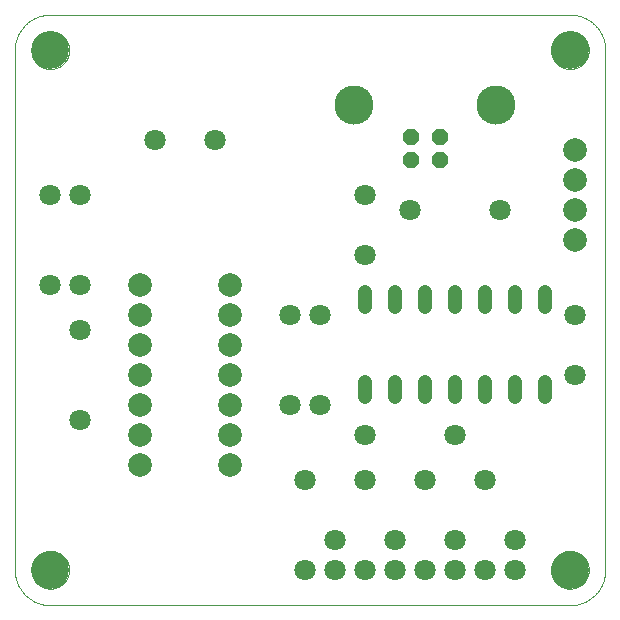
<source format=gbs>
G75*
%MOIN*%
%OFA0B0*%
%FSLAX25Y25*%
%IPPOS*%
%LPD*%
%AMOC8*
5,1,8,0,0,1.08239X$1,22.5*
%
%ADD10C,0.00000*%
%ADD11C,0.12598*%
%ADD12C,0.07087*%
%ADD13C,0.07874*%
%ADD14C,0.04800*%
%ADD15OC8,0.05610*%
%ADD16C,0.13055*%
D10*
X0005724Y0017535D02*
X0005724Y0190764D01*
X0011236Y0190764D02*
X0011238Y0190922D01*
X0011244Y0191080D01*
X0011254Y0191238D01*
X0011268Y0191396D01*
X0011286Y0191553D01*
X0011307Y0191710D01*
X0011333Y0191866D01*
X0011363Y0192022D01*
X0011396Y0192177D01*
X0011434Y0192330D01*
X0011475Y0192483D01*
X0011520Y0192635D01*
X0011569Y0192786D01*
X0011622Y0192935D01*
X0011678Y0193083D01*
X0011738Y0193229D01*
X0011802Y0193374D01*
X0011870Y0193517D01*
X0011941Y0193659D01*
X0012015Y0193799D01*
X0012093Y0193936D01*
X0012175Y0194072D01*
X0012259Y0194206D01*
X0012348Y0194337D01*
X0012439Y0194466D01*
X0012534Y0194593D01*
X0012631Y0194718D01*
X0012732Y0194840D01*
X0012836Y0194959D01*
X0012943Y0195076D01*
X0013053Y0195190D01*
X0013166Y0195301D01*
X0013281Y0195410D01*
X0013399Y0195515D01*
X0013520Y0195617D01*
X0013643Y0195717D01*
X0013769Y0195813D01*
X0013897Y0195906D01*
X0014027Y0195996D01*
X0014160Y0196082D01*
X0014295Y0196166D01*
X0014431Y0196245D01*
X0014570Y0196322D01*
X0014711Y0196394D01*
X0014853Y0196464D01*
X0014997Y0196529D01*
X0015143Y0196591D01*
X0015290Y0196649D01*
X0015439Y0196704D01*
X0015589Y0196755D01*
X0015740Y0196802D01*
X0015892Y0196845D01*
X0016045Y0196884D01*
X0016200Y0196920D01*
X0016355Y0196951D01*
X0016511Y0196979D01*
X0016667Y0197003D01*
X0016824Y0197023D01*
X0016982Y0197039D01*
X0017139Y0197051D01*
X0017298Y0197059D01*
X0017456Y0197063D01*
X0017614Y0197063D01*
X0017772Y0197059D01*
X0017931Y0197051D01*
X0018088Y0197039D01*
X0018246Y0197023D01*
X0018403Y0197003D01*
X0018559Y0196979D01*
X0018715Y0196951D01*
X0018870Y0196920D01*
X0019025Y0196884D01*
X0019178Y0196845D01*
X0019330Y0196802D01*
X0019481Y0196755D01*
X0019631Y0196704D01*
X0019780Y0196649D01*
X0019927Y0196591D01*
X0020073Y0196529D01*
X0020217Y0196464D01*
X0020359Y0196394D01*
X0020500Y0196322D01*
X0020639Y0196245D01*
X0020775Y0196166D01*
X0020910Y0196082D01*
X0021043Y0195996D01*
X0021173Y0195906D01*
X0021301Y0195813D01*
X0021427Y0195717D01*
X0021550Y0195617D01*
X0021671Y0195515D01*
X0021789Y0195410D01*
X0021904Y0195301D01*
X0022017Y0195190D01*
X0022127Y0195076D01*
X0022234Y0194959D01*
X0022338Y0194840D01*
X0022439Y0194718D01*
X0022536Y0194593D01*
X0022631Y0194466D01*
X0022722Y0194337D01*
X0022811Y0194206D01*
X0022895Y0194072D01*
X0022977Y0193936D01*
X0023055Y0193799D01*
X0023129Y0193659D01*
X0023200Y0193517D01*
X0023268Y0193374D01*
X0023332Y0193229D01*
X0023392Y0193083D01*
X0023448Y0192935D01*
X0023501Y0192786D01*
X0023550Y0192635D01*
X0023595Y0192483D01*
X0023636Y0192330D01*
X0023674Y0192177D01*
X0023707Y0192022D01*
X0023737Y0191866D01*
X0023763Y0191710D01*
X0023784Y0191553D01*
X0023802Y0191396D01*
X0023816Y0191238D01*
X0023826Y0191080D01*
X0023832Y0190922D01*
X0023834Y0190764D01*
X0023832Y0190606D01*
X0023826Y0190448D01*
X0023816Y0190290D01*
X0023802Y0190132D01*
X0023784Y0189975D01*
X0023763Y0189818D01*
X0023737Y0189662D01*
X0023707Y0189506D01*
X0023674Y0189351D01*
X0023636Y0189198D01*
X0023595Y0189045D01*
X0023550Y0188893D01*
X0023501Y0188742D01*
X0023448Y0188593D01*
X0023392Y0188445D01*
X0023332Y0188299D01*
X0023268Y0188154D01*
X0023200Y0188011D01*
X0023129Y0187869D01*
X0023055Y0187729D01*
X0022977Y0187592D01*
X0022895Y0187456D01*
X0022811Y0187322D01*
X0022722Y0187191D01*
X0022631Y0187062D01*
X0022536Y0186935D01*
X0022439Y0186810D01*
X0022338Y0186688D01*
X0022234Y0186569D01*
X0022127Y0186452D01*
X0022017Y0186338D01*
X0021904Y0186227D01*
X0021789Y0186118D01*
X0021671Y0186013D01*
X0021550Y0185911D01*
X0021427Y0185811D01*
X0021301Y0185715D01*
X0021173Y0185622D01*
X0021043Y0185532D01*
X0020910Y0185446D01*
X0020775Y0185362D01*
X0020639Y0185283D01*
X0020500Y0185206D01*
X0020359Y0185134D01*
X0020217Y0185064D01*
X0020073Y0184999D01*
X0019927Y0184937D01*
X0019780Y0184879D01*
X0019631Y0184824D01*
X0019481Y0184773D01*
X0019330Y0184726D01*
X0019178Y0184683D01*
X0019025Y0184644D01*
X0018870Y0184608D01*
X0018715Y0184577D01*
X0018559Y0184549D01*
X0018403Y0184525D01*
X0018246Y0184505D01*
X0018088Y0184489D01*
X0017931Y0184477D01*
X0017772Y0184469D01*
X0017614Y0184465D01*
X0017456Y0184465D01*
X0017298Y0184469D01*
X0017139Y0184477D01*
X0016982Y0184489D01*
X0016824Y0184505D01*
X0016667Y0184525D01*
X0016511Y0184549D01*
X0016355Y0184577D01*
X0016200Y0184608D01*
X0016045Y0184644D01*
X0015892Y0184683D01*
X0015740Y0184726D01*
X0015589Y0184773D01*
X0015439Y0184824D01*
X0015290Y0184879D01*
X0015143Y0184937D01*
X0014997Y0184999D01*
X0014853Y0185064D01*
X0014711Y0185134D01*
X0014570Y0185206D01*
X0014431Y0185283D01*
X0014295Y0185362D01*
X0014160Y0185446D01*
X0014027Y0185532D01*
X0013897Y0185622D01*
X0013769Y0185715D01*
X0013643Y0185811D01*
X0013520Y0185911D01*
X0013399Y0186013D01*
X0013281Y0186118D01*
X0013166Y0186227D01*
X0013053Y0186338D01*
X0012943Y0186452D01*
X0012836Y0186569D01*
X0012732Y0186688D01*
X0012631Y0186810D01*
X0012534Y0186935D01*
X0012439Y0187062D01*
X0012348Y0187191D01*
X0012259Y0187322D01*
X0012175Y0187456D01*
X0012093Y0187592D01*
X0012015Y0187729D01*
X0011941Y0187869D01*
X0011870Y0188011D01*
X0011802Y0188154D01*
X0011738Y0188299D01*
X0011678Y0188445D01*
X0011622Y0188593D01*
X0011569Y0188742D01*
X0011520Y0188893D01*
X0011475Y0189045D01*
X0011434Y0189198D01*
X0011396Y0189351D01*
X0011363Y0189506D01*
X0011333Y0189662D01*
X0011307Y0189818D01*
X0011286Y0189975D01*
X0011268Y0190132D01*
X0011254Y0190290D01*
X0011244Y0190448D01*
X0011238Y0190606D01*
X0011236Y0190764D01*
X0005724Y0190764D02*
X0005727Y0191049D01*
X0005738Y0191335D01*
X0005755Y0191620D01*
X0005779Y0191904D01*
X0005810Y0192188D01*
X0005848Y0192471D01*
X0005893Y0192752D01*
X0005944Y0193033D01*
X0006002Y0193313D01*
X0006067Y0193591D01*
X0006139Y0193867D01*
X0006217Y0194141D01*
X0006302Y0194414D01*
X0006394Y0194684D01*
X0006492Y0194952D01*
X0006596Y0195218D01*
X0006707Y0195481D01*
X0006824Y0195741D01*
X0006947Y0195999D01*
X0007077Y0196253D01*
X0007213Y0196504D01*
X0007354Y0196752D01*
X0007502Y0196996D01*
X0007655Y0197237D01*
X0007815Y0197473D01*
X0007980Y0197706D01*
X0008150Y0197935D01*
X0008326Y0198160D01*
X0008508Y0198380D01*
X0008694Y0198596D01*
X0008886Y0198807D01*
X0009083Y0199014D01*
X0009285Y0199216D01*
X0009492Y0199413D01*
X0009703Y0199605D01*
X0009919Y0199791D01*
X0010139Y0199973D01*
X0010364Y0200149D01*
X0010593Y0200319D01*
X0010826Y0200484D01*
X0011062Y0200644D01*
X0011303Y0200797D01*
X0011547Y0200945D01*
X0011795Y0201086D01*
X0012046Y0201222D01*
X0012300Y0201352D01*
X0012558Y0201475D01*
X0012818Y0201592D01*
X0013081Y0201703D01*
X0013347Y0201807D01*
X0013615Y0201905D01*
X0013885Y0201997D01*
X0014158Y0202082D01*
X0014432Y0202160D01*
X0014708Y0202232D01*
X0014986Y0202297D01*
X0015266Y0202355D01*
X0015547Y0202406D01*
X0015828Y0202451D01*
X0016111Y0202489D01*
X0016395Y0202520D01*
X0016679Y0202544D01*
X0016964Y0202561D01*
X0017250Y0202572D01*
X0017535Y0202575D01*
X0190764Y0202575D01*
X0184465Y0190764D02*
X0184467Y0190922D01*
X0184473Y0191080D01*
X0184483Y0191238D01*
X0184497Y0191396D01*
X0184515Y0191553D01*
X0184536Y0191710D01*
X0184562Y0191866D01*
X0184592Y0192022D01*
X0184625Y0192177D01*
X0184663Y0192330D01*
X0184704Y0192483D01*
X0184749Y0192635D01*
X0184798Y0192786D01*
X0184851Y0192935D01*
X0184907Y0193083D01*
X0184967Y0193229D01*
X0185031Y0193374D01*
X0185099Y0193517D01*
X0185170Y0193659D01*
X0185244Y0193799D01*
X0185322Y0193936D01*
X0185404Y0194072D01*
X0185488Y0194206D01*
X0185577Y0194337D01*
X0185668Y0194466D01*
X0185763Y0194593D01*
X0185860Y0194718D01*
X0185961Y0194840D01*
X0186065Y0194959D01*
X0186172Y0195076D01*
X0186282Y0195190D01*
X0186395Y0195301D01*
X0186510Y0195410D01*
X0186628Y0195515D01*
X0186749Y0195617D01*
X0186872Y0195717D01*
X0186998Y0195813D01*
X0187126Y0195906D01*
X0187256Y0195996D01*
X0187389Y0196082D01*
X0187524Y0196166D01*
X0187660Y0196245D01*
X0187799Y0196322D01*
X0187940Y0196394D01*
X0188082Y0196464D01*
X0188226Y0196529D01*
X0188372Y0196591D01*
X0188519Y0196649D01*
X0188668Y0196704D01*
X0188818Y0196755D01*
X0188969Y0196802D01*
X0189121Y0196845D01*
X0189274Y0196884D01*
X0189429Y0196920D01*
X0189584Y0196951D01*
X0189740Y0196979D01*
X0189896Y0197003D01*
X0190053Y0197023D01*
X0190211Y0197039D01*
X0190368Y0197051D01*
X0190527Y0197059D01*
X0190685Y0197063D01*
X0190843Y0197063D01*
X0191001Y0197059D01*
X0191160Y0197051D01*
X0191317Y0197039D01*
X0191475Y0197023D01*
X0191632Y0197003D01*
X0191788Y0196979D01*
X0191944Y0196951D01*
X0192099Y0196920D01*
X0192254Y0196884D01*
X0192407Y0196845D01*
X0192559Y0196802D01*
X0192710Y0196755D01*
X0192860Y0196704D01*
X0193009Y0196649D01*
X0193156Y0196591D01*
X0193302Y0196529D01*
X0193446Y0196464D01*
X0193588Y0196394D01*
X0193729Y0196322D01*
X0193868Y0196245D01*
X0194004Y0196166D01*
X0194139Y0196082D01*
X0194272Y0195996D01*
X0194402Y0195906D01*
X0194530Y0195813D01*
X0194656Y0195717D01*
X0194779Y0195617D01*
X0194900Y0195515D01*
X0195018Y0195410D01*
X0195133Y0195301D01*
X0195246Y0195190D01*
X0195356Y0195076D01*
X0195463Y0194959D01*
X0195567Y0194840D01*
X0195668Y0194718D01*
X0195765Y0194593D01*
X0195860Y0194466D01*
X0195951Y0194337D01*
X0196040Y0194206D01*
X0196124Y0194072D01*
X0196206Y0193936D01*
X0196284Y0193799D01*
X0196358Y0193659D01*
X0196429Y0193517D01*
X0196497Y0193374D01*
X0196561Y0193229D01*
X0196621Y0193083D01*
X0196677Y0192935D01*
X0196730Y0192786D01*
X0196779Y0192635D01*
X0196824Y0192483D01*
X0196865Y0192330D01*
X0196903Y0192177D01*
X0196936Y0192022D01*
X0196966Y0191866D01*
X0196992Y0191710D01*
X0197013Y0191553D01*
X0197031Y0191396D01*
X0197045Y0191238D01*
X0197055Y0191080D01*
X0197061Y0190922D01*
X0197063Y0190764D01*
X0197061Y0190606D01*
X0197055Y0190448D01*
X0197045Y0190290D01*
X0197031Y0190132D01*
X0197013Y0189975D01*
X0196992Y0189818D01*
X0196966Y0189662D01*
X0196936Y0189506D01*
X0196903Y0189351D01*
X0196865Y0189198D01*
X0196824Y0189045D01*
X0196779Y0188893D01*
X0196730Y0188742D01*
X0196677Y0188593D01*
X0196621Y0188445D01*
X0196561Y0188299D01*
X0196497Y0188154D01*
X0196429Y0188011D01*
X0196358Y0187869D01*
X0196284Y0187729D01*
X0196206Y0187592D01*
X0196124Y0187456D01*
X0196040Y0187322D01*
X0195951Y0187191D01*
X0195860Y0187062D01*
X0195765Y0186935D01*
X0195668Y0186810D01*
X0195567Y0186688D01*
X0195463Y0186569D01*
X0195356Y0186452D01*
X0195246Y0186338D01*
X0195133Y0186227D01*
X0195018Y0186118D01*
X0194900Y0186013D01*
X0194779Y0185911D01*
X0194656Y0185811D01*
X0194530Y0185715D01*
X0194402Y0185622D01*
X0194272Y0185532D01*
X0194139Y0185446D01*
X0194004Y0185362D01*
X0193868Y0185283D01*
X0193729Y0185206D01*
X0193588Y0185134D01*
X0193446Y0185064D01*
X0193302Y0184999D01*
X0193156Y0184937D01*
X0193009Y0184879D01*
X0192860Y0184824D01*
X0192710Y0184773D01*
X0192559Y0184726D01*
X0192407Y0184683D01*
X0192254Y0184644D01*
X0192099Y0184608D01*
X0191944Y0184577D01*
X0191788Y0184549D01*
X0191632Y0184525D01*
X0191475Y0184505D01*
X0191317Y0184489D01*
X0191160Y0184477D01*
X0191001Y0184469D01*
X0190843Y0184465D01*
X0190685Y0184465D01*
X0190527Y0184469D01*
X0190368Y0184477D01*
X0190211Y0184489D01*
X0190053Y0184505D01*
X0189896Y0184525D01*
X0189740Y0184549D01*
X0189584Y0184577D01*
X0189429Y0184608D01*
X0189274Y0184644D01*
X0189121Y0184683D01*
X0188969Y0184726D01*
X0188818Y0184773D01*
X0188668Y0184824D01*
X0188519Y0184879D01*
X0188372Y0184937D01*
X0188226Y0184999D01*
X0188082Y0185064D01*
X0187940Y0185134D01*
X0187799Y0185206D01*
X0187660Y0185283D01*
X0187524Y0185362D01*
X0187389Y0185446D01*
X0187256Y0185532D01*
X0187126Y0185622D01*
X0186998Y0185715D01*
X0186872Y0185811D01*
X0186749Y0185911D01*
X0186628Y0186013D01*
X0186510Y0186118D01*
X0186395Y0186227D01*
X0186282Y0186338D01*
X0186172Y0186452D01*
X0186065Y0186569D01*
X0185961Y0186688D01*
X0185860Y0186810D01*
X0185763Y0186935D01*
X0185668Y0187062D01*
X0185577Y0187191D01*
X0185488Y0187322D01*
X0185404Y0187456D01*
X0185322Y0187592D01*
X0185244Y0187729D01*
X0185170Y0187869D01*
X0185099Y0188011D01*
X0185031Y0188154D01*
X0184967Y0188299D01*
X0184907Y0188445D01*
X0184851Y0188593D01*
X0184798Y0188742D01*
X0184749Y0188893D01*
X0184704Y0189045D01*
X0184663Y0189198D01*
X0184625Y0189351D01*
X0184592Y0189506D01*
X0184562Y0189662D01*
X0184536Y0189818D01*
X0184515Y0189975D01*
X0184497Y0190132D01*
X0184483Y0190290D01*
X0184473Y0190448D01*
X0184467Y0190606D01*
X0184465Y0190764D01*
X0190764Y0202575D02*
X0191049Y0202572D01*
X0191335Y0202561D01*
X0191620Y0202544D01*
X0191904Y0202520D01*
X0192188Y0202489D01*
X0192471Y0202451D01*
X0192752Y0202406D01*
X0193033Y0202355D01*
X0193313Y0202297D01*
X0193591Y0202232D01*
X0193867Y0202160D01*
X0194141Y0202082D01*
X0194414Y0201997D01*
X0194684Y0201905D01*
X0194952Y0201807D01*
X0195218Y0201703D01*
X0195481Y0201592D01*
X0195741Y0201475D01*
X0195999Y0201352D01*
X0196253Y0201222D01*
X0196504Y0201086D01*
X0196752Y0200945D01*
X0196996Y0200797D01*
X0197237Y0200644D01*
X0197473Y0200484D01*
X0197706Y0200319D01*
X0197935Y0200149D01*
X0198160Y0199973D01*
X0198380Y0199791D01*
X0198596Y0199605D01*
X0198807Y0199413D01*
X0199014Y0199216D01*
X0199216Y0199014D01*
X0199413Y0198807D01*
X0199605Y0198596D01*
X0199791Y0198380D01*
X0199973Y0198160D01*
X0200149Y0197935D01*
X0200319Y0197706D01*
X0200484Y0197473D01*
X0200644Y0197237D01*
X0200797Y0196996D01*
X0200945Y0196752D01*
X0201086Y0196504D01*
X0201222Y0196253D01*
X0201352Y0195999D01*
X0201475Y0195741D01*
X0201592Y0195481D01*
X0201703Y0195218D01*
X0201807Y0194952D01*
X0201905Y0194684D01*
X0201997Y0194414D01*
X0202082Y0194141D01*
X0202160Y0193867D01*
X0202232Y0193591D01*
X0202297Y0193313D01*
X0202355Y0193033D01*
X0202406Y0192752D01*
X0202451Y0192471D01*
X0202489Y0192188D01*
X0202520Y0191904D01*
X0202544Y0191620D01*
X0202561Y0191335D01*
X0202572Y0191049D01*
X0202575Y0190764D01*
X0202575Y0017535D01*
X0184465Y0017535D02*
X0184467Y0017693D01*
X0184473Y0017851D01*
X0184483Y0018009D01*
X0184497Y0018167D01*
X0184515Y0018324D01*
X0184536Y0018481D01*
X0184562Y0018637D01*
X0184592Y0018793D01*
X0184625Y0018948D01*
X0184663Y0019101D01*
X0184704Y0019254D01*
X0184749Y0019406D01*
X0184798Y0019557D01*
X0184851Y0019706D01*
X0184907Y0019854D01*
X0184967Y0020000D01*
X0185031Y0020145D01*
X0185099Y0020288D01*
X0185170Y0020430D01*
X0185244Y0020570D01*
X0185322Y0020707D01*
X0185404Y0020843D01*
X0185488Y0020977D01*
X0185577Y0021108D01*
X0185668Y0021237D01*
X0185763Y0021364D01*
X0185860Y0021489D01*
X0185961Y0021611D01*
X0186065Y0021730D01*
X0186172Y0021847D01*
X0186282Y0021961D01*
X0186395Y0022072D01*
X0186510Y0022181D01*
X0186628Y0022286D01*
X0186749Y0022388D01*
X0186872Y0022488D01*
X0186998Y0022584D01*
X0187126Y0022677D01*
X0187256Y0022767D01*
X0187389Y0022853D01*
X0187524Y0022937D01*
X0187660Y0023016D01*
X0187799Y0023093D01*
X0187940Y0023165D01*
X0188082Y0023235D01*
X0188226Y0023300D01*
X0188372Y0023362D01*
X0188519Y0023420D01*
X0188668Y0023475D01*
X0188818Y0023526D01*
X0188969Y0023573D01*
X0189121Y0023616D01*
X0189274Y0023655D01*
X0189429Y0023691D01*
X0189584Y0023722D01*
X0189740Y0023750D01*
X0189896Y0023774D01*
X0190053Y0023794D01*
X0190211Y0023810D01*
X0190368Y0023822D01*
X0190527Y0023830D01*
X0190685Y0023834D01*
X0190843Y0023834D01*
X0191001Y0023830D01*
X0191160Y0023822D01*
X0191317Y0023810D01*
X0191475Y0023794D01*
X0191632Y0023774D01*
X0191788Y0023750D01*
X0191944Y0023722D01*
X0192099Y0023691D01*
X0192254Y0023655D01*
X0192407Y0023616D01*
X0192559Y0023573D01*
X0192710Y0023526D01*
X0192860Y0023475D01*
X0193009Y0023420D01*
X0193156Y0023362D01*
X0193302Y0023300D01*
X0193446Y0023235D01*
X0193588Y0023165D01*
X0193729Y0023093D01*
X0193868Y0023016D01*
X0194004Y0022937D01*
X0194139Y0022853D01*
X0194272Y0022767D01*
X0194402Y0022677D01*
X0194530Y0022584D01*
X0194656Y0022488D01*
X0194779Y0022388D01*
X0194900Y0022286D01*
X0195018Y0022181D01*
X0195133Y0022072D01*
X0195246Y0021961D01*
X0195356Y0021847D01*
X0195463Y0021730D01*
X0195567Y0021611D01*
X0195668Y0021489D01*
X0195765Y0021364D01*
X0195860Y0021237D01*
X0195951Y0021108D01*
X0196040Y0020977D01*
X0196124Y0020843D01*
X0196206Y0020707D01*
X0196284Y0020570D01*
X0196358Y0020430D01*
X0196429Y0020288D01*
X0196497Y0020145D01*
X0196561Y0020000D01*
X0196621Y0019854D01*
X0196677Y0019706D01*
X0196730Y0019557D01*
X0196779Y0019406D01*
X0196824Y0019254D01*
X0196865Y0019101D01*
X0196903Y0018948D01*
X0196936Y0018793D01*
X0196966Y0018637D01*
X0196992Y0018481D01*
X0197013Y0018324D01*
X0197031Y0018167D01*
X0197045Y0018009D01*
X0197055Y0017851D01*
X0197061Y0017693D01*
X0197063Y0017535D01*
X0197061Y0017377D01*
X0197055Y0017219D01*
X0197045Y0017061D01*
X0197031Y0016903D01*
X0197013Y0016746D01*
X0196992Y0016589D01*
X0196966Y0016433D01*
X0196936Y0016277D01*
X0196903Y0016122D01*
X0196865Y0015969D01*
X0196824Y0015816D01*
X0196779Y0015664D01*
X0196730Y0015513D01*
X0196677Y0015364D01*
X0196621Y0015216D01*
X0196561Y0015070D01*
X0196497Y0014925D01*
X0196429Y0014782D01*
X0196358Y0014640D01*
X0196284Y0014500D01*
X0196206Y0014363D01*
X0196124Y0014227D01*
X0196040Y0014093D01*
X0195951Y0013962D01*
X0195860Y0013833D01*
X0195765Y0013706D01*
X0195668Y0013581D01*
X0195567Y0013459D01*
X0195463Y0013340D01*
X0195356Y0013223D01*
X0195246Y0013109D01*
X0195133Y0012998D01*
X0195018Y0012889D01*
X0194900Y0012784D01*
X0194779Y0012682D01*
X0194656Y0012582D01*
X0194530Y0012486D01*
X0194402Y0012393D01*
X0194272Y0012303D01*
X0194139Y0012217D01*
X0194004Y0012133D01*
X0193868Y0012054D01*
X0193729Y0011977D01*
X0193588Y0011905D01*
X0193446Y0011835D01*
X0193302Y0011770D01*
X0193156Y0011708D01*
X0193009Y0011650D01*
X0192860Y0011595D01*
X0192710Y0011544D01*
X0192559Y0011497D01*
X0192407Y0011454D01*
X0192254Y0011415D01*
X0192099Y0011379D01*
X0191944Y0011348D01*
X0191788Y0011320D01*
X0191632Y0011296D01*
X0191475Y0011276D01*
X0191317Y0011260D01*
X0191160Y0011248D01*
X0191001Y0011240D01*
X0190843Y0011236D01*
X0190685Y0011236D01*
X0190527Y0011240D01*
X0190368Y0011248D01*
X0190211Y0011260D01*
X0190053Y0011276D01*
X0189896Y0011296D01*
X0189740Y0011320D01*
X0189584Y0011348D01*
X0189429Y0011379D01*
X0189274Y0011415D01*
X0189121Y0011454D01*
X0188969Y0011497D01*
X0188818Y0011544D01*
X0188668Y0011595D01*
X0188519Y0011650D01*
X0188372Y0011708D01*
X0188226Y0011770D01*
X0188082Y0011835D01*
X0187940Y0011905D01*
X0187799Y0011977D01*
X0187660Y0012054D01*
X0187524Y0012133D01*
X0187389Y0012217D01*
X0187256Y0012303D01*
X0187126Y0012393D01*
X0186998Y0012486D01*
X0186872Y0012582D01*
X0186749Y0012682D01*
X0186628Y0012784D01*
X0186510Y0012889D01*
X0186395Y0012998D01*
X0186282Y0013109D01*
X0186172Y0013223D01*
X0186065Y0013340D01*
X0185961Y0013459D01*
X0185860Y0013581D01*
X0185763Y0013706D01*
X0185668Y0013833D01*
X0185577Y0013962D01*
X0185488Y0014093D01*
X0185404Y0014227D01*
X0185322Y0014363D01*
X0185244Y0014500D01*
X0185170Y0014640D01*
X0185099Y0014782D01*
X0185031Y0014925D01*
X0184967Y0015070D01*
X0184907Y0015216D01*
X0184851Y0015364D01*
X0184798Y0015513D01*
X0184749Y0015664D01*
X0184704Y0015816D01*
X0184663Y0015969D01*
X0184625Y0016122D01*
X0184592Y0016277D01*
X0184562Y0016433D01*
X0184536Y0016589D01*
X0184515Y0016746D01*
X0184497Y0016903D01*
X0184483Y0017061D01*
X0184473Y0017219D01*
X0184467Y0017377D01*
X0184465Y0017535D01*
X0190764Y0005724D02*
X0191049Y0005727D01*
X0191335Y0005738D01*
X0191620Y0005755D01*
X0191904Y0005779D01*
X0192188Y0005810D01*
X0192471Y0005848D01*
X0192752Y0005893D01*
X0193033Y0005944D01*
X0193313Y0006002D01*
X0193591Y0006067D01*
X0193867Y0006139D01*
X0194141Y0006217D01*
X0194414Y0006302D01*
X0194684Y0006394D01*
X0194952Y0006492D01*
X0195218Y0006596D01*
X0195481Y0006707D01*
X0195741Y0006824D01*
X0195999Y0006947D01*
X0196253Y0007077D01*
X0196504Y0007213D01*
X0196752Y0007354D01*
X0196996Y0007502D01*
X0197237Y0007655D01*
X0197473Y0007815D01*
X0197706Y0007980D01*
X0197935Y0008150D01*
X0198160Y0008326D01*
X0198380Y0008508D01*
X0198596Y0008694D01*
X0198807Y0008886D01*
X0199014Y0009083D01*
X0199216Y0009285D01*
X0199413Y0009492D01*
X0199605Y0009703D01*
X0199791Y0009919D01*
X0199973Y0010139D01*
X0200149Y0010364D01*
X0200319Y0010593D01*
X0200484Y0010826D01*
X0200644Y0011062D01*
X0200797Y0011303D01*
X0200945Y0011547D01*
X0201086Y0011795D01*
X0201222Y0012046D01*
X0201352Y0012300D01*
X0201475Y0012558D01*
X0201592Y0012818D01*
X0201703Y0013081D01*
X0201807Y0013347D01*
X0201905Y0013615D01*
X0201997Y0013885D01*
X0202082Y0014158D01*
X0202160Y0014432D01*
X0202232Y0014708D01*
X0202297Y0014986D01*
X0202355Y0015266D01*
X0202406Y0015547D01*
X0202451Y0015828D01*
X0202489Y0016111D01*
X0202520Y0016395D01*
X0202544Y0016679D01*
X0202561Y0016964D01*
X0202572Y0017250D01*
X0202575Y0017535D01*
X0190764Y0005724D02*
X0017535Y0005724D01*
X0011236Y0017535D02*
X0011238Y0017693D01*
X0011244Y0017851D01*
X0011254Y0018009D01*
X0011268Y0018167D01*
X0011286Y0018324D01*
X0011307Y0018481D01*
X0011333Y0018637D01*
X0011363Y0018793D01*
X0011396Y0018948D01*
X0011434Y0019101D01*
X0011475Y0019254D01*
X0011520Y0019406D01*
X0011569Y0019557D01*
X0011622Y0019706D01*
X0011678Y0019854D01*
X0011738Y0020000D01*
X0011802Y0020145D01*
X0011870Y0020288D01*
X0011941Y0020430D01*
X0012015Y0020570D01*
X0012093Y0020707D01*
X0012175Y0020843D01*
X0012259Y0020977D01*
X0012348Y0021108D01*
X0012439Y0021237D01*
X0012534Y0021364D01*
X0012631Y0021489D01*
X0012732Y0021611D01*
X0012836Y0021730D01*
X0012943Y0021847D01*
X0013053Y0021961D01*
X0013166Y0022072D01*
X0013281Y0022181D01*
X0013399Y0022286D01*
X0013520Y0022388D01*
X0013643Y0022488D01*
X0013769Y0022584D01*
X0013897Y0022677D01*
X0014027Y0022767D01*
X0014160Y0022853D01*
X0014295Y0022937D01*
X0014431Y0023016D01*
X0014570Y0023093D01*
X0014711Y0023165D01*
X0014853Y0023235D01*
X0014997Y0023300D01*
X0015143Y0023362D01*
X0015290Y0023420D01*
X0015439Y0023475D01*
X0015589Y0023526D01*
X0015740Y0023573D01*
X0015892Y0023616D01*
X0016045Y0023655D01*
X0016200Y0023691D01*
X0016355Y0023722D01*
X0016511Y0023750D01*
X0016667Y0023774D01*
X0016824Y0023794D01*
X0016982Y0023810D01*
X0017139Y0023822D01*
X0017298Y0023830D01*
X0017456Y0023834D01*
X0017614Y0023834D01*
X0017772Y0023830D01*
X0017931Y0023822D01*
X0018088Y0023810D01*
X0018246Y0023794D01*
X0018403Y0023774D01*
X0018559Y0023750D01*
X0018715Y0023722D01*
X0018870Y0023691D01*
X0019025Y0023655D01*
X0019178Y0023616D01*
X0019330Y0023573D01*
X0019481Y0023526D01*
X0019631Y0023475D01*
X0019780Y0023420D01*
X0019927Y0023362D01*
X0020073Y0023300D01*
X0020217Y0023235D01*
X0020359Y0023165D01*
X0020500Y0023093D01*
X0020639Y0023016D01*
X0020775Y0022937D01*
X0020910Y0022853D01*
X0021043Y0022767D01*
X0021173Y0022677D01*
X0021301Y0022584D01*
X0021427Y0022488D01*
X0021550Y0022388D01*
X0021671Y0022286D01*
X0021789Y0022181D01*
X0021904Y0022072D01*
X0022017Y0021961D01*
X0022127Y0021847D01*
X0022234Y0021730D01*
X0022338Y0021611D01*
X0022439Y0021489D01*
X0022536Y0021364D01*
X0022631Y0021237D01*
X0022722Y0021108D01*
X0022811Y0020977D01*
X0022895Y0020843D01*
X0022977Y0020707D01*
X0023055Y0020570D01*
X0023129Y0020430D01*
X0023200Y0020288D01*
X0023268Y0020145D01*
X0023332Y0020000D01*
X0023392Y0019854D01*
X0023448Y0019706D01*
X0023501Y0019557D01*
X0023550Y0019406D01*
X0023595Y0019254D01*
X0023636Y0019101D01*
X0023674Y0018948D01*
X0023707Y0018793D01*
X0023737Y0018637D01*
X0023763Y0018481D01*
X0023784Y0018324D01*
X0023802Y0018167D01*
X0023816Y0018009D01*
X0023826Y0017851D01*
X0023832Y0017693D01*
X0023834Y0017535D01*
X0023832Y0017377D01*
X0023826Y0017219D01*
X0023816Y0017061D01*
X0023802Y0016903D01*
X0023784Y0016746D01*
X0023763Y0016589D01*
X0023737Y0016433D01*
X0023707Y0016277D01*
X0023674Y0016122D01*
X0023636Y0015969D01*
X0023595Y0015816D01*
X0023550Y0015664D01*
X0023501Y0015513D01*
X0023448Y0015364D01*
X0023392Y0015216D01*
X0023332Y0015070D01*
X0023268Y0014925D01*
X0023200Y0014782D01*
X0023129Y0014640D01*
X0023055Y0014500D01*
X0022977Y0014363D01*
X0022895Y0014227D01*
X0022811Y0014093D01*
X0022722Y0013962D01*
X0022631Y0013833D01*
X0022536Y0013706D01*
X0022439Y0013581D01*
X0022338Y0013459D01*
X0022234Y0013340D01*
X0022127Y0013223D01*
X0022017Y0013109D01*
X0021904Y0012998D01*
X0021789Y0012889D01*
X0021671Y0012784D01*
X0021550Y0012682D01*
X0021427Y0012582D01*
X0021301Y0012486D01*
X0021173Y0012393D01*
X0021043Y0012303D01*
X0020910Y0012217D01*
X0020775Y0012133D01*
X0020639Y0012054D01*
X0020500Y0011977D01*
X0020359Y0011905D01*
X0020217Y0011835D01*
X0020073Y0011770D01*
X0019927Y0011708D01*
X0019780Y0011650D01*
X0019631Y0011595D01*
X0019481Y0011544D01*
X0019330Y0011497D01*
X0019178Y0011454D01*
X0019025Y0011415D01*
X0018870Y0011379D01*
X0018715Y0011348D01*
X0018559Y0011320D01*
X0018403Y0011296D01*
X0018246Y0011276D01*
X0018088Y0011260D01*
X0017931Y0011248D01*
X0017772Y0011240D01*
X0017614Y0011236D01*
X0017456Y0011236D01*
X0017298Y0011240D01*
X0017139Y0011248D01*
X0016982Y0011260D01*
X0016824Y0011276D01*
X0016667Y0011296D01*
X0016511Y0011320D01*
X0016355Y0011348D01*
X0016200Y0011379D01*
X0016045Y0011415D01*
X0015892Y0011454D01*
X0015740Y0011497D01*
X0015589Y0011544D01*
X0015439Y0011595D01*
X0015290Y0011650D01*
X0015143Y0011708D01*
X0014997Y0011770D01*
X0014853Y0011835D01*
X0014711Y0011905D01*
X0014570Y0011977D01*
X0014431Y0012054D01*
X0014295Y0012133D01*
X0014160Y0012217D01*
X0014027Y0012303D01*
X0013897Y0012393D01*
X0013769Y0012486D01*
X0013643Y0012582D01*
X0013520Y0012682D01*
X0013399Y0012784D01*
X0013281Y0012889D01*
X0013166Y0012998D01*
X0013053Y0013109D01*
X0012943Y0013223D01*
X0012836Y0013340D01*
X0012732Y0013459D01*
X0012631Y0013581D01*
X0012534Y0013706D01*
X0012439Y0013833D01*
X0012348Y0013962D01*
X0012259Y0014093D01*
X0012175Y0014227D01*
X0012093Y0014363D01*
X0012015Y0014500D01*
X0011941Y0014640D01*
X0011870Y0014782D01*
X0011802Y0014925D01*
X0011738Y0015070D01*
X0011678Y0015216D01*
X0011622Y0015364D01*
X0011569Y0015513D01*
X0011520Y0015664D01*
X0011475Y0015816D01*
X0011434Y0015969D01*
X0011396Y0016122D01*
X0011363Y0016277D01*
X0011333Y0016433D01*
X0011307Y0016589D01*
X0011286Y0016746D01*
X0011268Y0016903D01*
X0011254Y0017061D01*
X0011244Y0017219D01*
X0011238Y0017377D01*
X0011236Y0017535D01*
X0005724Y0017535D02*
X0005727Y0017250D01*
X0005738Y0016964D01*
X0005755Y0016679D01*
X0005779Y0016395D01*
X0005810Y0016111D01*
X0005848Y0015828D01*
X0005893Y0015547D01*
X0005944Y0015266D01*
X0006002Y0014986D01*
X0006067Y0014708D01*
X0006139Y0014432D01*
X0006217Y0014158D01*
X0006302Y0013885D01*
X0006394Y0013615D01*
X0006492Y0013347D01*
X0006596Y0013081D01*
X0006707Y0012818D01*
X0006824Y0012558D01*
X0006947Y0012300D01*
X0007077Y0012046D01*
X0007213Y0011795D01*
X0007354Y0011547D01*
X0007502Y0011303D01*
X0007655Y0011062D01*
X0007815Y0010826D01*
X0007980Y0010593D01*
X0008150Y0010364D01*
X0008326Y0010139D01*
X0008508Y0009919D01*
X0008694Y0009703D01*
X0008886Y0009492D01*
X0009083Y0009285D01*
X0009285Y0009083D01*
X0009492Y0008886D01*
X0009703Y0008694D01*
X0009919Y0008508D01*
X0010139Y0008326D01*
X0010364Y0008150D01*
X0010593Y0007980D01*
X0010826Y0007815D01*
X0011062Y0007655D01*
X0011303Y0007502D01*
X0011547Y0007354D01*
X0011795Y0007213D01*
X0012046Y0007077D01*
X0012300Y0006947D01*
X0012558Y0006824D01*
X0012818Y0006707D01*
X0013081Y0006596D01*
X0013347Y0006492D01*
X0013615Y0006394D01*
X0013885Y0006302D01*
X0014158Y0006217D01*
X0014432Y0006139D01*
X0014708Y0006067D01*
X0014986Y0006002D01*
X0015266Y0005944D01*
X0015547Y0005893D01*
X0015828Y0005848D01*
X0016111Y0005810D01*
X0016395Y0005779D01*
X0016679Y0005755D01*
X0016964Y0005738D01*
X0017250Y0005727D01*
X0017535Y0005724D01*
D11*
X0017535Y0017535D03*
X0017535Y0190764D03*
X0190764Y0190764D03*
X0190764Y0017535D03*
D12*
X0172575Y0017575D03*
X0172575Y0027575D03*
X0162575Y0017575D03*
X0152575Y0017575D03*
X0152575Y0027575D03*
X0142575Y0017575D03*
X0132575Y0017575D03*
X0132575Y0027575D03*
X0122575Y0017575D03*
X0112575Y0017575D03*
X0112575Y0027575D03*
X0102575Y0017575D03*
X0102575Y0047575D03*
X0122575Y0047575D03*
X0122575Y0062575D03*
X0107575Y0072575D03*
X0097575Y0072575D03*
X0097575Y0102575D03*
X0107575Y0102575D03*
X0122575Y0122575D03*
X0137575Y0137575D03*
X0122575Y0142575D03*
X0167575Y0137575D03*
X0192575Y0102575D03*
X0192575Y0082575D03*
X0162575Y0047575D03*
X0152575Y0062575D03*
X0142575Y0047575D03*
X0072575Y0160724D03*
X0052575Y0160724D03*
X0027575Y0142575D03*
X0017575Y0142575D03*
X0017575Y0112575D03*
X0027575Y0112575D03*
X0027575Y0097575D03*
X0027575Y0067575D03*
D13*
X0047575Y0072575D03*
X0047575Y0062575D03*
X0047575Y0052575D03*
X0047575Y0082575D03*
X0047575Y0092575D03*
X0047575Y0102575D03*
X0047575Y0112575D03*
X0077575Y0112575D03*
X0077575Y0102575D03*
X0077575Y0092575D03*
X0077575Y0082575D03*
X0077575Y0072575D03*
X0077575Y0062575D03*
X0077575Y0052575D03*
X0192575Y0127575D03*
X0192575Y0137575D03*
X0192575Y0147575D03*
X0192575Y0157575D03*
D14*
X0182575Y0109975D02*
X0182575Y0105175D01*
X0172575Y0105175D02*
X0172575Y0109975D01*
X0162575Y0109975D02*
X0162575Y0105175D01*
X0152575Y0105175D02*
X0152575Y0109975D01*
X0142575Y0109975D02*
X0142575Y0105175D01*
X0132575Y0105175D02*
X0132575Y0109975D01*
X0122575Y0109975D02*
X0122575Y0105175D01*
X0122575Y0079975D02*
X0122575Y0075175D01*
X0132575Y0075175D02*
X0132575Y0079975D01*
X0142575Y0079975D02*
X0142575Y0075175D01*
X0152575Y0075175D02*
X0152575Y0079975D01*
X0162575Y0079975D02*
X0162575Y0075175D01*
X0172575Y0075175D02*
X0172575Y0079975D01*
X0182575Y0079975D02*
X0182575Y0075175D01*
D15*
X0147496Y0154031D03*
X0147496Y0161906D03*
X0137654Y0161906D03*
X0137654Y0154031D03*
D16*
X0118874Y0172575D03*
X0166276Y0172575D03*
M02*

</source>
